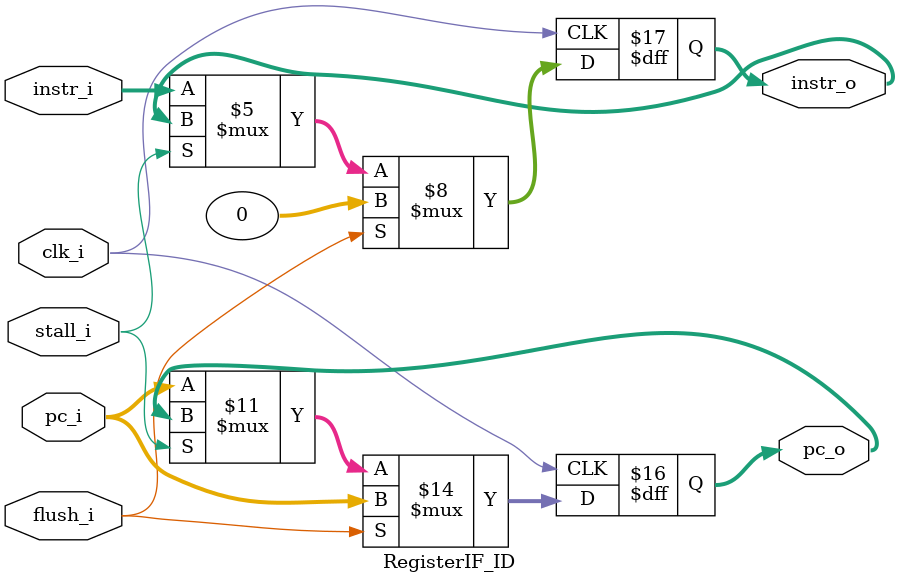
<source format=v>
module RegisterIF_ID (
 	clk_i      ,
    pc_i       ,
    instr_i    ,
    stall_i    ,
    flush_i    ,
    pc_o 	   ,
    instr_o   
);

input 				clk_i, stall_i, flush_i;
input   [31:0]      pc_i;
input	[31:0] 		instr_i;

output reg  [31:0]      pc_o;
output reg	[31:0] 		instr_o;

always @(posedge clk_i) begin
    if (flush_i == 1'b1) begin
        pc_o <= pc_i;
        instr_o <= 32'b0;
    end
    else if (stall_i == 1'b1) begin
    	pc_o <= pc_o;
        instr_o <= instr_o;
    end
    else begin
    	pc_o <= pc_i;
        instr_o <= instr_i;
    end
end
endmodule
</source>
